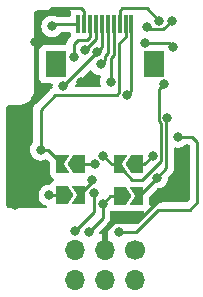
<source format=gbr>
%TF.GenerationSoftware,KiCad,Pcbnew,(6.0.0)*%
%TF.CreationDate,2022-06-09T20:52:26+02:00*%
%TF.ProjectId,TPS42-LCD-Shield,54505334-322d-44c4-9344-2d536869656c,rev?*%
%TF.SameCoordinates,Original*%
%TF.FileFunction,Copper,L2,Bot*%
%TF.FilePolarity,Positive*%
%FSLAX46Y46*%
G04 Gerber Fmt 4.6, Leading zero omitted, Abs format (unit mm)*
G04 Created by KiCad (PCBNEW (6.0.0)) date 2022-06-09 20:52:26*
%MOMM*%
%LPD*%
G01*
G04 APERTURE LIST*
G04 Aperture macros list*
%AMFreePoly0*
4,1,6,1.000000,0.000000,0.500000,-0.750000,-0.500000,-0.750000,-0.500000,0.750000,0.500000,0.750000,1.000000,0.000000,1.000000,0.000000,$1*%
%AMFreePoly1*
4,1,6,0.500000,-0.750000,-0.650000,-0.750000,-0.150000,0.000000,-0.650000,0.750000,0.500000,0.750000,0.500000,-0.750000,0.500000,-0.750000,$1*%
G04 Aperture macros list end*
%TA.AperFunction,SMDPad,CuDef*%
%ADD10R,0.300000X1.600000*%
%TD*%
%TA.AperFunction,SMDPad,CuDef*%
%ADD11R,1.800000X2.200000*%
%TD*%
%TA.AperFunction,ComponentPad*%
%ADD12C,1.700000*%
%TD*%
%TA.AperFunction,ComponentPad*%
%ADD13O,1.700000X1.700000*%
%TD*%
%TA.AperFunction,SMDPad,CuDef*%
%ADD14FreePoly0,180.000000*%
%TD*%
%TA.AperFunction,SMDPad,CuDef*%
%ADD15FreePoly1,180.000000*%
%TD*%
%TA.AperFunction,SMDPad,CuDef*%
%ADD16FreePoly0,0.000000*%
%TD*%
%TA.AperFunction,SMDPad,CuDef*%
%ADD17FreePoly1,0.000000*%
%TD*%
%TA.AperFunction,ViaPad*%
%ADD18C,0.800000*%
%TD*%
%TA.AperFunction,Conductor*%
%ADD19C,0.250000*%
%TD*%
G04 APERTURE END LIST*
D10*
%TO.P,J7,1,Pin_1*%
%TO.N,/L_CLK*%
X98030000Y-37170000D03*
%TO.P,J7,2,Pin_2*%
%TO.N,/L_DAT*%
X97530000Y-37170000D03*
%TO.P,J7,3,Pin_3*%
%TO.N,/L_CS*%
X97030000Y-37170000D03*
%TO.P,J7,4,Pin_4*%
%TO.N,/L_EIN*%
X96530000Y-37170000D03*
%TO.P,J7,5,Pin_5*%
%TO.N,+3V3*%
X96030000Y-37170000D03*
%TO.P,J7,6,Pin_6*%
%TO.N,VDDA*%
X95530000Y-37170000D03*
%TO.P,J7,7,Pin_7*%
%TO.N,+3V3*%
X95030000Y-37170000D03*
%TO.P,J7,8,Pin_8*%
%TO.N,/L_EXTMODE*%
X94530000Y-37170000D03*
%TO.P,J7,9,Pin_9*%
%TO.N,GND*%
X94030000Y-37170000D03*
%TO.P,J7,10,Pin_10*%
%TO.N,GNDA*%
X93530000Y-37170000D03*
D11*
%TO.P,J7,MP*%
%TO.N,N/C*%
X91630000Y-40570000D03*
X99930000Y-40570000D03*
%TD*%
D12*
%TO.P,J8,1,Pin_1*%
%TO.N,Net-(J8-Pad1)*%
X98315000Y-56285000D03*
D13*
%TO.P,J8,2,Pin_2*%
%TO.N,GND*%
X95775000Y-56285000D03*
%TO.P,J8,3,Pin_3*%
%TO.N,Net-(J8-Pad3)*%
X93235000Y-56285000D03*
%TO.P,J8,4,Pin_4*%
%TO.N,Net-(J8-Pad4)*%
X98315000Y-58825000D03*
%TO.P,J8,5,Pin_5*%
%TO.N,+3V3*%
X95775000Y-58825000D03*
%TO.P,J8,6,Pin_6*%
%TO.N,Net-(J8-Pad6)*%
X93235000Y-58825000D03*
%TD*%
D14*
%TO.P,JP6,1,A*%
%TO.N,Net-(J8-Pad4)*%
X98525000Y-49040000D03*
D15*
%TO.P,JP6,2,B*%
%TO.N,/L_CS*%
X97075000Y-49040000D03*
%TD*%
D16*
%TO.P,JP8,1,A*%
%TO.N,Net-(J8-Pad1)*%
X92168940Y-51660000D03*
D17*
%TO.P,JP8,2,B*%
%TO.N,/L_CLK*%
X93618940Y-51660000D03*
%TD*%
D16*
%TO.P,JP5,1,A*%
%TO.N,Net-(J8-Pad6)*%
X97085000Y-51730000D03*
D17*
%TO.P,JP5,2,B*%
%TO.N,/L_EIN*%
X98535000Y-51730000D03*
%TD*%
D14*
%TO.P,JP7,1,A*%
%TO.N,Net-(J8-Pad3)*%
X93608940Y-49040000D03*
D15*
%TO.P,JP7,2,B*%
%TO.N,/L_DAT*%
X92158940Y-49040000D03*
%TD*%
D18*
%TO.N,/L_DAT*%
X90334500Y-47810000D03*
%TO.N,/L_CS*%
X100350000Y-36870000D03*
X95663778Y-48350688D03*
X100765980Y-42269502D03*
%TO.N,/L_EIN*%
X101074500Y-45080000D03*
X96275500Y-42050000D03*
X100215500Y-50160000D03*
%TO.N,VDDA*%
X101534020Y-39091357D03*
X99180000Y-38780000D03*
X95130000Y-39490000D03*
X92260000Y-42435500D03*
%TO.N,+3V3*%
X101450000Y-36880000D03*
X96949511Y-54749511D03*
X94130000Y-39320000D03*
X95420000Y-40585500D03*
X101950000Y-46710000D03*
X99368201Y-37444496D03*
%TO.N,/L_EXTMODE*%
X93160000Y-39920000D03*
%TO.N,GND*%
X89880000Y-38660000D03*
X92250000Y-38510000D03*
X88180000Y-52470000D03*
X93780000Y-42100000D03*
X100560000Y-51870000D03*
%TO.N,GNDA*%
X91310000Y-37370000D03*
%TO.N,/L_CLK*%
X94723940Y-50340000D03*
X97679320Y-43181843D03*
%TO.N,Net-(J8-Pad1)*%
X91080000Y-51660000D03*
%TO.N,Net-(J8-Pad3)*%
X93240000Y-54720000D03*
X94940000Y-49040000D03*
X94841769Y-51461769D03*
%TO.N,Net-(J8-Pad4)*%
X99815500Y-48350000D03*
%TO.N,Net-(J8-Pad6)*%
X95595000Y-52375000D03*
X94400000Y-54750000D03*
%TD*%
D19*
%TO.N,GND*%
X94030000Y-36070978D02*
X94030000Y-37320000D01*
X91320000Y-35840000D02*
X93799022Y-35840000D01*
X93799022Y-35840000D02*
X94030000Y-36070978D01*
X89880000Y-37280000D02*
X91320000Y-35840000D01*
X89880000Y-38660000D02*
X89880000Y-37280000D01*
%TO.N,/L_CS*%
X99320000Y-35840000D02*
X100350000Y-36870000D01*
X97030000Y-36070978D02*
X97260978Y-35840000D01*
X97030000Y-37170000D02*
X97030000Y-36070978D01*
X97260978Y-35840000D02*
X99320000Y-35840000D01*
%TO.N,GNDA*%
X91510000Y-37170000D02*
X93530000Y-37170000D01*
X91310000Y-37370000D02*
X91510000Y-37170000D01*
%TO.N,/L_EXTMODE*%
X94530000Y-38269022D02*
X94530000Y-37170000D01*
X94269022Y-38530000D02*
X94530000Y-38269022D01*
X93160000Y-38840000D02*
X93470000Y-38530000D01*
X93470000Y-38530000D02*
X94269022Y-38530000D01*
X93160000Y-39920000D02*
X93160000Y-38840000D01*
%TO.N,+3V3*%
X95030000Y-38420000D02*
X95030000Y-37170000D01*
X94130000Y-39320000D02*
X95030000Y-38420000D01*
%TO.N,VDDA*%
X95530000Y-39090000D02*
X95530000Y-37170000D01*
X95130000Y-39490000D02*
X95530000Y-39090000D01*
%TO.N,/L_CLK*%
X97679320Y-43181843D02*
X98030000Y-42831163D01*
X98030000Y-42831163D02*
X98030000Y-37170000D01*
%TO.N,/L_DAT*%
X91590000Y-43160000D02*
X96770000Y-43160000D01*
X97000000Y-38799022D02*
X97530000Y-38269022D01*
X90340000Y-44410000D02*
X91590000Y-43160000D01*
X96770000Y-43160000D02*
X97000000Y-42930000D01*
X97530000Y-38269022D02*
X97530000Y-37170000D01*
X90340000Y-47804500D02*
X90340000Y-44410000D01*
X90334500Y-47810000D02*
X90340000Y-47804500D01*
X97000000Y-42930000D02*
X97000000Y-38799022D01*
%TO.N,/L_EIN*%
X96530000Y-39785718D02*
X96530000Y-37170000D01*
X96275500Y-40040218D02*
X96530000Y-39785718D01*
X96275500Y-42050000D02*
X96275500Y-40040218D01*
%TO.N,VDDA*%
X101210000Y-38780000D02*
X99180000Y-38780000D01*
X101521357Y-39091357D02*
X101210000Y-38780000D01*
X101534020Y-39091357D02*
X101521357Y-39091357D01*
%TO.N,+3V3*%
X99518216Y-37594511D02*
X99368201Y-37444496D01*
X100735489Y-37594511D02*
X99518216Y-37594511D01*
X101450000Y-36880000D02*
X100735489Y-37594511D01*
%TO.N,/L_DAT*%
X90334500Y-47810000D02*
X90928940Y-47810000D01*
X90928940Y-47810000D02*
X92158940Y-49040000D01*
%TO.N,/L_CS*%
X100540000Y-45570114D02*
X100540000Y-48750000D01*
X100765980Y-42269502D02*
X100349989Y-42685493D01*
X100349989Y-42685493D02*
X100349989Y-45380103D01*
X97075000Y-49298940D02*
X97075000Y-49040000D01*
X97075000Y-49040000D02*
X96353090Y-49040000D01*
X100349989Y-45380103D02*
X100540000Y-45570114D01*
X98950000Y-50340000D02*
X98116060Y-50340000D01*
X100540000Y-48750000D02*
X98950000Y-50340000D01*
X96353090Y-49040000D02*
X95663778Y-48350688D01*
X98116060Y-50340000D02*
X97075000Y-49298940D01*
%TO.N,/L_EIN*%
X100989520Y-45164980D02*
X101074500Y-45080000D01*
X98645500Y-51730000D02*
X98535000Y-51730000D01*
X100215500Y-50160000D02*
X100989520Y-49385980D01*
X100215500Y-50160000D02*
X98645500Y-51730000D01*
X100989520Y-49385980D02*
X100989520Y-45164980D01*
%TO.N,VDDA*%
X95130000Y-39565500D02*
X95130000Y-39490000D01*
X92260000Y-42435500D02*
X95130000Y-39565500D01*
%TO.N,+3V3*%
X103000000Y-52880000D02*
X100310000Y-52880000D01*
X95825980Y-40179520D02*
X95825980Y-39854020D01*
X96030000Y-39650000D02*
X96030000Y-37320000D01*
X98440489Y-54749511D02*
X96949511Y-54749511D01*
X95420000Y-40585500D02*
X95825980Y-40179520D01*
X103610000Y-52270000D02*
X103000000Y-52880000D01*
X95825980Y-39854020D02*
X96030000Y-39650000D01*
X100310000Y-52880000D02*
X98440489Y-54749511D01*
X103610000Y-47150000D02*
X103170000Y-46710000D01*
X103170000Y-46710000D02*
X101950000Y-46710000D01*
X103610000Y-47150000D02*
X103610000Y-52270000D01*
%TO.N,GND*%
X100560000Y-51870000D02*
X100560000Y-51890000D01*
X100560000Y-51890000D02*
X98510000Y-53940000D01*
X96530000Y-53940000D02*
X95775000Y-54695000D01*
X98510000Y-53940000D02*
X96530000Y-53940000D01*
X95775000Y-54695000D02*
X95775000Y-56285000D01*
%TO.N,/L_CLK*%
X94723940Y-50555000D02*
X93618940Y-51660000D01*
%TO.N,Net-(J8-Pad1)*%
X91080000Y-51660000D02*
X92168940Y-51660000D01*
%TO.N,Net-(J8-Pad3)*%
X94841769Y-51461769D02*
X94841769Y-53118231D01*
X94940000Y-49040000D02*
X93608940Y-49040000D01*
X94841769Y-53118231D02*
X93240000Y-54720000D01*
%TO.N,Net-(J8-Pad4)*%
X99125500Y-49040000D02*
X99001060Y-49040000D01*
X99815500Y-48350000D02*
X99125500Y-49040000D01*
%TO.N,Net-(J8-Pad6)*%
X94400000Y-54750000D02*
X95595000Y-53555000D01*
X96240000Y-51730000D02*
X95595000Y-52375000D01*
X97085000Y-51730000D02*
X96240000Y-51730000D01*
X95595000Y-53555000D02*
X95595000Y-52375000D01*
%TD*%
%TA.AperFunction,Conductor*%
%TO.N,GND*%
G36*
X96395664Y-52953608D02*
G01*
X96410195Y-52959187D01*
X96432064Y-52969174D01*
X96432068Y-52969175D01*
X96440266Y-52972919D01*
X96585000Y-52993729D01*
X97585000Y-52993729D01*
X97586964Y-52993605D01*
X97586968Y-52993605D01*
X97643080Y-52990066D01*
X97643084Y-52990065D01*
X97649557Y-52989657D01*
X97695232Y-52977075D01*
X97746624Y-52973833D01*
X97885000Y-52993729D01*
X98996177Y-52993729D01*
X99064298Y-53013731D01*
X99110791Y-53067387D01*
X99120895Y-53137661D01*
X99091401Y-53202241D01*
X99085292Y-53208804D01*
X98214987Y-54079108D01*
X98152677Y-54113132D01*
X98125894Y-54116011D01*
X97657711Y-54116011D01*
X97589590Y-54096009D01*
X97570364Y-54079668D01*
X97570091Y-54079971D01*
X97565179Y-54075548D01*
X97560764Y-54070645D01*
X97457894Y-53995905D01*
X97411605Y-53962274D01*
X97411604Y-53962273D01*
X97406263Y-53958393D01*
X97400235Y-53955709D01*
X97400233Y-53955708D01*
X97237830Y-53883402D01*
X97237829Y-53883402D01*
X97231799Y-53880717D01*
X97138399Y-53860864D01*
X97051455Y-53842383D01*
X97051450Y-53842383D01*
X97044998Y-53841011D01*
X96854024Y-53841011D01*
X96847572Y-53842383D01*
X96847567Y-53842383D01*
X96760624Y-53860864D01*
X96667223Y-53880717D01*
X96661193Y-53883402D01*
X96661192Y-53883402D01*
X96498789Y-53955708D01*
X96498787Y-53955709D01*
X96492759Y-53958393D01*
X96487418Y-53962273D01*
X96487417Y-53962274D01*
X96470218Y-53974770D01*
X96338258Y-54070645D01*
X96333837Y-54075555D01*
X96333836Y-54075556D01*
X96300003Y-54113132D01*
X96210471Y-54212567D01*
X96207170Y-54218285D01*
X96128394Y-54354729D01*
X96114984Y-54377955D01*
X96055969Y-54559583D01*
X96036007Y-54749511D01*
X96036697Y-54756076D01*
X96048855Y-54871754D01*
X96043830Y-54922441D01*
X96029000Y-54969989D01*
X96029000Y-56413000D01*
X96008998Y-56481121D01*
X95955342Y-56527614D01*
X95903000Y-56539000D01*
X95647000Y-56539000D01*
X95578879Y-56518998D01*
X95532386Y-56465342D01*
X95521000Y-56413000D01*
X95521000Y-54968102D01*
X95517082Y-54954758D01*
X95502806Y-54952771D01*
X95464325Y-54958660D01*
X95460249Y-54959631D01*
X95389348Y-54955960D01*
X95331685Y-54914541D01*
X95305570Y-54848521D01*
X95305738Y-54823892D01*
X95310907Y-54774708D01*
X95337920Y-54709051D01*
X95347122Y-54698782D01*
X95987247Y-54058657D01*
X95995537Y-54051113D01*
X96002018Y-54047000D01*
X96007527Y-54041134D01*
X96048658Y-53997333D01*
X96051413Y-53994491D01*
X96071134Y-53974770D01*
X96073612Y-53971575D01*
X96081318Y-53962553D01*
X96106158Y-53936101D01*
X96111586Y-53930321D01*
X96121346Y-53912568D01*
X96132199Y-53896045D01*
X96133356Y-53894553D01*
X96144613Y-53880041D01*
X96162176Y-53839457D01*
X96167383Y-53828827D01*
X96188695Y-53790060D01*
X96190666Y-53782383D01*
X96190668Y-53782378D01*
X96193732Y-53770442D01*
X96200138Y-53751730D01*
X96205033Y-53740419D01*
X96208181Y-53733145D01*
X96209421Y-53725317D01*
X96209423Y-53725310D01*
X96215099Y-53689476D01*
X96217505Y-53677856D01*
X96226528Y-53642711D01*
X96226528Y-53642710D01*
X96228500Y-53635030D01*
X96228500Y-53614776D01*
X96230051Y-53595065D01*
X96231980Y-53582886D01*
X96233220Y-53575057D01*
X96229059Y-53531038D01*
X96228500Y-53519181D01*
X96228500Y-53077525D01*
X96248502Y-53009404D01*
X96260875Y-52993202D01*
X96264229Y-52989478D01*
X96324680Y-52952247D01*
X96395664Y-52953608D01*
G37*
%TD.AperFunction*%
%TA.AperFunction,Conductor*%
G36*
X92858930Y-36028002D02*
G01*
X92905423Y-36081658D01*
X92915527Y-36151932D01*
X92908791Y-36178228D01*
X92878255Y-36259684D01*
X92871500Y-36321866D01*
X92871500Y-36410500D01*
X92851498Y-36478621D01*
X92797842Y-36525114D01*
X92745500Y-36536500D01*
X91698343Y-36536500D01*
X91647095Y-36525607D01*
X91598323Y-36503892D01*
X91598315Y-36503889D01*
X91592288Y-36501206D01*
X91486035Y-36478621D01*
X91411944Y-36462872D01*
X91411939Y-36462872D01*
X91405487Y-36461500D01*
X91214513Y-36461500D01*
X91208061Y-36462872D01*
X91208056Y-36462872D01*
X91133965Y-36478621D01*
X91027712Y-36501206D01*
X91021682Y-36503891D01*
X91021681Y-36503891D01*
X90859278Y-36576197D01*
X90859276Y-36576198D01*
X90853248Y-36578882D01*
X90698747Y-36691134D01*
X90694326Y-36696044D01*
X90694325Y-36696045D01*
X90631671Y-36765630D01*
X90570960Y-36833056D01*
X90475473Y-36998444D01*
X90416458Y-37180072D01*
X90396496Y-37370000D01*
X90416458Y-37559928D01*
X90475473Y-37741556D01*
X90570960Y-37906944D01*
X90698747Y-38048866D01*
X90767823Y-38099053D01*
X90826632Y-38141780D01*
X90853248Y-38161118D01*
X90859276Y-38163802D01*
X90859278Y-38163803D01*
X90970103Y-38213145D01*
X91027712Y-38238794D01*
X91121112Y-38258647D01*
X91208056Y-38277128D01*
X91208061Y-38277128D01*
X91214513Y-38278500D01*
X91405487Y-38278500D01*
X91411939Y-38277128D01*
X91411944Y-38277128D01*
X91498888Y-38258647D01*
X91592288Y-38238794D01*
X91649897Y-38213145D01*
X91760722Y-38163803D01*
X91760724Y-38163802D01*
X91766752Y-38161118D01*
X91793369Y-38141780D01*
X91852177Y-38099053D01*
X91921253Y-38048866D01*
X92049040Y-37906944D01*
X92060231Y-37887561D01*
X92072392Y-37866499D01*
X92123775Y-37817506D01*
X92181510Y-37803500D01*
X92745500Y-37803500D01*
X92813621Y-37823502D01*
X92860114Y-37877158D01*
X92871500Y-37929500D01*
X92871500Y-38018134D01*
X92871869Y-38021531D01*
X92874839Y-38048866D01*
X92878255Y-38080316D01*
X92881027Y-38087709D01*
X92881027Y-38087711D01*
X92889458Y-38110200D01*
X92894641Y-38181007D01*
X92860571Y-38243524D01*
X92767747Y-38336348D01*
X92759461Y-38343888D01*
X92752982Y-38348000D01*
X92747557Y-38353777D01*
X92706357Y-38397651D01*
X92703602Y-38400493D01*
X92683865Y-38420230D01*
X92681385Y-38423427D01*
X92673682Y-38432447D01*
X92643414Y-38464679D01*
X92639595Y-38471625D01*
X92639593Y-38471628D01*
X92633652Y-38482434D01*
X92622801Y-38498953D01*
X92610386Y-38514959D01*
X92607241Y-38522228D01*
X92607238Y-38522232D01*
X92592826Y-38555537D01*
X92587609Y-38566187D01*
X92566305Y-38604940D01*
X92564334Y-38612615D01*
X92564334Y-38612616D01*
X92561267Y-38624562D01*
X92554863Y-38643266D01*
X92546819Y-38661855D01*
X92545580Y-38669678D01*
X92545577Y-38669688D01*
X92539901Y-38705524D01*
X92537495Y-38717144D01*
X92526500Y-38759970D01*
X92526500Y-38780224D01*
X92524949Y-38799934D01*
X92521780Y-38819943D01*
X92522526Y-38827835D01*
X92522277Y-38835758D01*
X92519796Y-38835680D01*
X92508633Y-38893333D01*
X92459595Y-38944673D01*
X92396689Y-38961500D01*
X90681866Y-38961500D01*
X90619684Y-38968255D01*
X90483295Y-39019385D01*
X90366739Y-39106739D01*
X90279385Y-39223295D01*
X90228255Y-39359684D01*
X90221500Y-39421866D01*
X90221500Y-41718134D01*
X90228255Y-41780316D01*
X90279385Y-41916705D01*
X90366739Y-42033261D01*
X90483295Y-42120615D01*
X90619684Y-42171745D01*
X90681866Y-42178500D01*
X91233570Y-42178500D01*
X91301691Y-42198502D01*
X91348184Y-42252158D01*
X91358880Y-42317670D01*
X91354384Y-42360451D01*
X91346496Y-42435500D01*
X91348873Y-42458109D01*
X91350746Y-42475932D01*
X91337974Y-42545771D01*
X91287002Y-42598619D01*
X91282383Y-42600448D01*
X91275974Y-42605104D01*
X91275971Y-42605106D01*
X91246613Y-42626436D01*
X91236693Y-42632952D01*
X91205465Y-42651420D01*
X91205462Y-42651422D01*
X91198638Y-42655458D01*
X91184317Y-42669779D01*
X91169284Y-42682619D01*
X91152893Y-42694528D01*
X91144076Y-42705186D01*
X91124702Y-42728605D01*
X91116712Y-42737384D01*
X89947747Y-43906348D01*
X89939461Y-43913888D01*
X89932982Y-43918000D01*
X89927557Y-43923777D01*
X89886357Y-43967651D01*
X89883602Y-43970493D01*
X89863865Y-43990230D01*
X89861385Y-43993427D01*
X89853682Y-44002447D01*
X89823414Y-44034679D01*
X89819595Y-44041625D01*
X89819593Y-44041628D01*
X89813652Y-44052434D01*
X89802801Y-44068953D01*
X89790386Y-44084959D01*
X89787241Y-44092228D01*
X89787238Y-44092232D01*
X89772826Y-44125537D01*
X89767609Y-44136187D01*
X89746305Y-44174940D01*
X89744334Y-44182615D01*
X89744334Y-44182616D01*
X89741267Y-44194562D01*
X89734863Y-44213266D01*
X89726819Y-44231855D01*
X89725580Y-44239678D01*
X89725577Y-44239688D01*
X89719901Y-44275524D01*
X89717495Y-44287144D01*
X89711219Y-44311590D01*
X89706500Y-44329970D01*
X89706500Y-44350224D01*
X89704949Y-44369934D01*
X89701780Y-44389943D01*
X89702526Y-44397835D01*
X89705941Y-44433961D01*
X89706500Y-44445819D01*
X89706500Y-47101367D01*
X89686498Y-47169488D01*
X89674136Y-47185677D01*
X89595460Y-47273056D01*
X89592159Y-47278774D01*
X89512263Y-47417158D01*
X89499973Y-47438444D01*
X89440958Y-47620072D01*
X89420996Y-47810000D01*
X89440958Y-47999928D01*
X89499973Y-48181556D01*
X89595460Y-48346944D01*
X89723247Y-48488866D01*
X89877748Y-48601118D01*
X89883776Y-48603802D01*
X89883778Y-48603803D01*
X90046179Y-48676108D01*
X90052212Y-48678794D01*
X90145612Y-48698647D01*
X90232556Y-48717128D01*
X90232561Y-48717128D01*
X90239013Y-48718500D01*
X90429987Y-48718500D01*
X90436439Y-48717128D01*
X90436444Y-48717128D01*
X90523387Y-48698647D01*
X90616788Y-48678794D01*
X90622815Y-48676111D01*
X90622823Y-48676108D01*
X90734909Y-48626204D01*
X90805276Y-48616770D01*
X90869573Y-48646877D01*
X90875252Y-48652216D01*
X91108306Y-48885270D01*
X91142332Y-48947582D01*
X91145211Y-48974365D01*
X91145211Y-49790000D01*
X91150440Y-49863111D01*
X91191636Y-50003411D01*
X91196507Y-50010990D01*
X91265818Y-50118841D01*
X91265820Y-50118844D01*
X91270690Y-50126421D01*
X91277500Y-50132322D01*
X91374385Y-50216274D01*
X91374388Y-50216276D01*
X91381197Y-50222176D01*
X91389394Y-50225920D01*
X91389395Y-50225920D01*
X91415343Y-50237770D01*
X91468999Y-50284263D01*
X91489001Y-50352384D01*
X91468999Y-50420505D01*
X91431123Y-50458381D01*
X91332519Y-50521750D01*
X91326618Y-50528560D01*
X91242666Y-50625445D01*
X91242664Y-50625448D01*
X91236764Y-50632257D01*
X91233020Y-50640454D01*
X91233020Y-50640455D01*
X91215946Y-50677842D01*
X91169453Y-50731498D01*
X91101332Y-50751500D01*
X90984513Y-50751500D01*
X90978061Y-50752872D01*
X90978056Y-50752872D01*
X90891112Y-50771353D01*
X90797712Y-50791206D01*
X90791682Y-50793891D01*
X90791681Y-50793891D01*
X90629278Y-50866197D01*
X90629276Y-50866198D01*
X90623248Y-50868882D01*
X90468747Y-50981134D01*
X90340960Y-51123056D01*
X90245473Y-51288444D01*
X90186458Y-51470072D01*
X90166496Y-51660000D01*
X90167186Y-51666565D01*
X90169205Y-51685770D01*
X90186458Y-51849928D01*
X90245473Y-52031556D01*
X90340960Y-52196944D01*
X90345378Y-52201851D01*
X90345379Y-52201852D01*
X90445452Y-52312994D01*
X90468747Y-52338866D01*
X90566474Y-52409869D01*
X90581291Y-52420634D01*
X90623248Y-52451118D01*
X90629276Y-52453802D01*
X90629278Y-52453803D01*
X90784938Y-52523107D01*
X90839034Y-52569087D01*
X90859683Y-52637014D01*
X90840331Y-52705323D01*
X90787120Y-52752324D01*
X90723802Y-52763825D01*
X90691253Y-52761263D01*
X90680234Y-52759906D01*
X90667331Y-52757735D01*
X90667330Y-52757735D01*
X90662540Y-52756929D01*
X90656301Y-52756853D01*
X90654860Y-52756835D01*
X90654856Y-52756835D01*
X90650001Y-52756776D01*
X90628146Y-52759906D01*
X90622413Y-52760727D01*
X90604550Y-52762000D01*
X87759329Y-52762000D01*
X87739944Y-52760500D01*
X87725142Y-52758195D01*
X87725140Y-52758195D01*
X87716271Y-52756814D01*
X87707371Y-52757978D01*
X87698395Y-52757868D01*
X87698405Y-52757050D01*
X87676914Y-52756759D01*
X87645660Y-52751809D01*
X87608167Y-52739627D01*
X87567902Y-52719111D01*
X87536010Y-52695939D01*
X87504061Y-52663990D01*
X87480889Y-52632098D01*
X87460373Y-52591833D01*
X87448191Y-52554341D01*
X87443376Y-52523941D01*
X87441946Y-52504232D01*
X87443186Y-52496269D01*
X87439064Y-52464747D01*
X87438000Y-52448410D01*
X87438000Y-44319329D01*
X87439500Y-44299944D01*
X87441805Y-44285142D01*
X87441805Y-44285140D01*
X87443186Y-44276271D01*
X87442022Y-44267371D01*
X87442132Y-44258395D01*
X87442950Y-44258405D01*
X87443241Y-44236914D01*
X87448191Y-44205660D01*
X87460373Y-44168167D01*
X87480889Y-44127902D01*
X87504061Y-44096010D01*
X87536010Y-44064061D01*
X87567902Y-44040889D01*
X87608167Y-44020373D01*
X87645659Y-44008191D01*
X87676059Y-44003376D01*
X87695768Y-44001946D01*
X87703731Y-44003186D01*
X87735253Y-43999064D01*
X87751590Y-43998000D01*
X88446794Y-43998000D01*
X88467698Y-43999746D01*
X88487462Y-44003071D01*
X88493652Y-44003147D01*
X88495137Y-44003165D01*
X88495142Y-44003165D01*
X88500001Y-44003224D01*
X88509909Y-44001805D01*
X88515267Y-44001038D01*
X88523242Y-44000154D01*
X88548881Y-43998136D01*
X88702111Y-43986076D01*
X88706918Y-43984922D01*
X88706924Y-43984921D01*
X88829783Y-43955425D01*
X88899245Y-43938748D01*
X88903818Y-43936854D01*
X89081974Y-43863060D01*
X89081978Y-43863058D01*
X89086548Y-43861165D01*
X89259408Y-43755236D01*
X89413570Y-43623570D01*
X89545236Y-43469408D01*
X89651165Y-43296548D01*
X89670876Y-43248963D01*
X89726854Y-43113818D01*
X89726855Y-43113816D01*
X89728748Y-43109245D01*
X89759297Y-42982000D01*
X89774921Y-42916924D01*
X89774922Y-42916918D01*
X89776076Y-42912111D01*
X89788736Y-42751254D01*
X89790094Y-42740234D01*
X89792265Y-42727331D01*
X89792265Y-42727330D01*
X89793071Y-42722540D01*
X89793224Y-42710001D01*
X89789273Y-42682413D01*
X89788000Y-42664550D01*
X89788000Y-36329329D01*
X89789500Y-36309944D01*
X89791805Y-36295142D01*
X89791805Y-36295140D01*
X89793186Y-36286271D01*
X89792022Y-36277371D01*
X89792132Y-36268395D01*
X89792950Y-36268405D01*
X89793241Y-36246914D01*
X89798191Y-36215660D01*
X89810373Y-36178167D01*
X89830889Y-36137902D01*
X89854061Y-36106010D01*
X89886010Y-36074061D01*
X89917902Y-36050889D01*
X89958167Y-36030373D01*
X89995659Y-36018191D01*
X90026059Y-36013376D01*
X90045768Y-36011946D01*
X90053731Y-36013186D01*
X90085253Y-36009064D01*
X90101590Y-36008000D01*
X92790809Y-36008000D01*
X92858930Y-36028002D01*
G37*
%TD.AperFunction*%
%TA.AperFunction,Conductor*%
G36*
X102918621Y-47363502D02*
G01*
X102965114Y-47417158D01*
X102976500Y-47469500D01*
X102976500Y-51955405D01*
X102956498Y-52023526D01*
X102939595Y-52044500D01*
X102774500Y-52209595D01*
X102712188Y-52243621D01*
X102685405Y-52246500D01*
X100388767Y-52246500D01*
X100377584Y-52245973D01*
X100370091Y-52244298D01*
X100362165Y-52244547D01*
X100362164Y-52244547D01*
X100302001Y-52246438D01*
X100298043Y-52246500D01*
X100270144Y-52246500D01*
X100266154Y-52247004D01*
X100254320Y-52247936D01*
X100210111Y-52249326D01*
X100202497Y-52251538D01*
X100202492Y-52251539D01*
X100190659Y-52254977D01*
X100171296Y-52258988D01*
X100151203Y-52261526D01*
X100143836Y-52264443D01*
X100143831Y-52264444D01*
X100110092Y-52277802D01*
X100098865Y-52281646D01*
X100056407Y-52293982D01*
X100049581Y-52298019D01*
X100038972Y-52304293D01*
X100021224Y-52312988D01*
X100002383Y-52320448D01*
X99995967Y-52325110D01*
X99995966Y-52325110D01*
X99966613Y-52346436D01*
X99956693Y-52352952D01*
X99925465Y-52371420D01*
X99925462Y-52371422D01*
X99918638Y-52375458D01*
X99904317Y-52389779D01*
X99889284Y-52402619D01*
X99872893Y-52414528D01*
X99867842Y-52420634D01*
X99844702Y-52448605D01*
X99836712Y-52457384D01*
X99763824Y-52530272D01*
X99701512Y-52564298D01*
X99630697Y-52559233D01*
X99573861Y-52516686D01*
X99549050Y-52450166D01*
X99548729Y-52441177D01*
X99548729Y-51774865D01*
X99568731Y-51706744D01*
X99585634Y-51685770D01*
X100165999Y-51105405D01*
X100228311Y-51071379D01*
X100255094Y-51068500D01*
X100310987Y-51068500D01*
X100317439Y-51067128D01*
X100317444Y-51067128D01*
X100404387Y-51048647D01*
X100497788Y-51028794D01*
X100503819Y-51026109D01*
X100666222Y-50953803D01*
X100666224Y-50953802D01*
X100672252Y-50951118D01*
X100826753Y-50838866D01*
X100870902Y-50789834D01*
X100950121Y-50701852D01*
X100950122Y-50701851D01*
X100954540Y-50696944D01*
X101050027Y-50531556D01*
X101109042Y-50349928D01*
X101110086Y-50340000D01*
X101126407Y-50184707D01*
X101153420Y-50119050D01*
X101162622Y-50108782D01*
X101381767Y-49889637D01*
X101390057Y-49882093D01*
X101396538Y-49877980D01*
X101443179Y-49828312D01*
X101445933Y-49825471D01*
X101465655Y-49805749D01*
X101468132Y-49802556D01*
X101475837Y-49793535D01*
X101478281Y-49790932D01*
X101506106Y-49761301D01*
X101511719Y-49751091D01*
X101515866Y-49743548D01*
X101526722Y-49727021D01*
X101534277Y-49717282D01*
X101534278Y-49717280D01*
X101539134Y-49711020D01*
X101556694Y-49670440D01*
X101561911Y-49659792D01*
X101579395Y-49627989D01*
X101579396Y-49627987D01*
X101583215Y-49621040D01*
X101588253Y-49601417D01*
X101594657Y-49582714D01*
X101599553Y-49571400D01*
X101599553Y-49571399D01*
X101602701Y-49564125D01*
X101603940Y-49556302D01*
X101603943Y-49556292D01*
X101609619Y-49520456D01*
X101612025Y-49508836D01*
X101621048Y-49473691D01*
X101621048Y-49473690D01*
X101623020Y-49466010D01*
X101623020Y-49445756D01*
X101624571Y-49426045D01*
X101626500Y-49413866D01*
X101627740Y-49406037D01*
X101623579Y-49362018D01*
X101623020Y-49350161D01*
X101623020Y-47724892D01*
X101643022Y-47656771D01*
X101696678Y-47610278D01*
X101766952Y-47600174D01*
X101775217Y-47601645D01*
X101848056Y-47617128D01*
X101848061Y-47617128D01*
X101854513Y-47618500D01*
X102045487Y-47618500D01*
X102051939Y-47617128D01*
X102051944Y-47617128D01*
X102138887Y-47598647D01*
X102232288Y-47578794D01*
X102276980Y-47558896D01*
X102400722Y-47503803D01*
X102400724Y-47503802D01*
X102406752Y-47501118D01*
X102484365Y-47444729D01*
X102555914Y-47392745D01*
X102561253Y-47388866D01*
X102565668Y-47383963D01*
X102570580Y-47379540D01*
X102571705Y-47380789D01*
X102625014Y-47347949D01*
X102658200Y-47343500D01*
X102850500Y-47343500D01*
X102918621Y-47363502D01*
G37*
%TD.AperFunction*%
%TA.AperFunction,Conductor*%
G36*
X94621054Y-41074518D02*
G01*
X94678481Y-41118150D01*
X94680960Y-41122444D01*
X94808747Y-41264366D01*
X94963248Y-41376618D01*
X94969276Y-41379302D01*
X94969278Y-41379303D01*
X95131681Y-41451609D01*
X95137712Y-41454294D01*
X95231113Y-41474147D01*
X95318056Y-41492628D01*
X95318061Y-41492628D01*
X95324513Y-41494000D01*
X95331115Y-41494000D01*
X95337682Y-41494690D01*
X95337517Y-41496258D01*
X95397947Y-41514002D01*
X95444440Y-41567658D01*
X95454544Y-41637932D01*
X95444932Y-41671251D01*
X95444279Y-41672719D01*
X95440973Y-41678444D01*
X95381958Y-41860072D01*
X95361996Y-42050000D01*
X95362686Y-42056565D01*
X95376646Y-42189383D01*
X95381958Y-42239928D01*
X95383998Y-42246206D01*
X95421480Y-42361564D01*
X95423508Y-42432531D01*
X95386845Y-42493329D01*
X95323133Y-42524655D01*
X95301647Y-42526500D01*
X93369094Y-42526500D01*
X93300973Y-42506498D01*
X93254480Y-42452842D01*
X93244376Y-42382568D01*
X93273870Y-42317988D01*
X93279999Y-42311405D01*
X94487926Y-41103479D01*
X94550238Y-41069453D01*
X94621054Y-41074518D01*
G37*
%TD.AperFunction*%
%TD*%
M02*

</source>
